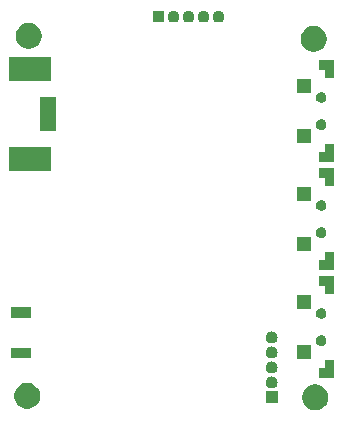
<source format=gbs>
G04 #@! TF.GenerationSoftware,KiCad,Pcbnew,(5.0.1)-4*
G04 #@! TF.CreationDate,2019-02-22T19:20:15-06:00*
G04 #@! TF.ProjectId,epoch,65706F63682E6B696361645F70636200,rev?*
G04 #@! TF.SameCoordinates,Original*
G04 #@! TF.FileFunction,Soldermask,Bot*
G04 #@! TF.FilePolarity,Negative*
%FSLAX46Y46*%
G04 Gerber Fmt 4.6, Leading zero omitted, Abs format (unit mm)*
G04 Created by KiCad (PCBNEW (5.0.1)-4) date 2/22/2019 7:20:15 PM*
%MOMM*%
%LPD*%
G01*
G04 APERTURE LIST*
%ADD10C,0.100000*%
G04 APERTURE END LIST*
D10*
G36*
X127828857Y-85683272D02*
X128029042Y-85766191D01*
X128209213Y-85886578D01*
X128362422Y-86039787D01*
X128482809Y-86219958D01*
X128565728Y-86420143D01*
X128608000Y-86632658D01*
X128608000Y-86849342D01*
X128565728Y-87061857D01*
X128482809Y-87262042D01*
X128362422Y-87442213D01*
X128209213Y-87595422D01*
X128029042Y-87715809D01*
X127828857Y-87798728D01*
X127616342Y-87841000D01*
X127399658Y-87841000D01*
X127187143Y-87798728D01*
X126986958Y-87715809D01*
X126806787Y-87595422D01*
X126653578Y-87442213D01*
X126533191Y-87262042D01*
X126450272Y-87061857D01*
X126408000Y-86849342D01*
X126408000Y-86632658D01*
X126450272Y-86420143D01*
X126533191Y-86219958D01*
X126653578Y-86039787D01*
X126806787Y-85886578D01*
X126986958Y-85766191D01*
X127187143Y-85683272D01*
X127399658Y-85641000D01*
X127616342Y-85641000D01*
X127828857Y-85683272D01*
X127828857Y-85683272D01*
G37*
G36*
X103444857Y-85556272D02*
X103645042Y-85639191D01*
X103645045Y-85639193D01*
X103811074Y-85750130D01*
X103825213Y-85759578D01*
X103978422Y-85912787D01*
X103978424Y-85912790D01*
X103978425Y-85912791D01*
X104012485Y-85963765D01*
X104098809Y-86092958D01*
X104181728Y-86293143D01*
X104224000Y-86505658D01*
X104224000Y-86722342D01*
X104181728Y-86934857D01*
X104098809Y-87135042D01*
X103978422Y-87315213D01*
X103825213Y-87468422D01*
X103645042Y-87588809D01*
X103444857Y-87671728D01*
X103232342Y-87714000D01*
X103015658Y-87714000D01*
X102803143Y-87671728D01*
X102602958Y-87588809D01*
X102422787Y-87468422D01*
X102269578Y-87315213D01*
X102149191Y-87135042D01*
X102066272Y-86934857D01*
X102024000Y-86722342D01*
X102024000Y-86505658D01*
X102066272Y-86293143D01*
X102149191Y-86092958D01*
X102235515Y-85963765D01*
X102269575Y-85912791D01*
X102269576Y-85912790D01*
X102269578Y-85912787D01*
X102422787Y-85759578D01*
X102436927Y-85750130D01*
X102602955Y-85639193D01*
X102602958Y-85639191D01*
X102803143Y-85556272D01*
X103015658Y-85514000D01*
X103232342Y-85514000D01*
X103444857Y-85556272D01*
X103444857Y-85556272D01*
G37*
G36*
X124325000Y-87241000D02*
X123325000Y-87241000D01*
X123325000Y-86241000D01*
X124325000Y-86241000D01*
X124325000Y-87241000D01*
X124325000Y-87241000D01*
G37*
G36*
X123923015Y-84978234D02*
X124017268Y-85006825D01*
X124063697Y-85031643D01*
X124104129Y-85053254D01*
X124104131Y-85053255D01*
X124104130Y-85053255D01*
X124180264Y-85115736D01*
X124242745Y-85191870D01*
X124289175Y-85278732D01*
X124317766Y-85372985D01*
X124327419Y-85471000D01*
X124317766Y-85569015D01*
X124289175Y-85663268D01*
X124278482Y-85683272D01*
X124242746Y-85750129D01*
X124180264Y-85826264D01*
X124104129Y-85888746D01*
X124063697Y-85910357D01*
X124017268Y-85935175D01*
X123923015Y-85963766D01*
X123849564Y-85971000D01*
X123800436Y-85971000D01*
X123726985Y-85963766D01*
X123632732Y-85935175D01*
X123586303Y-85910357D01*
X123545871Y-85888746D01*
X123469736Y-85826264D01*
X123407254Y-85750129D01*
X123371518Y-85683272D01*
X123360825Y-85663268D01*
X123332234Y-85569015D01*
X123322581Y-85471000D01*
X123332234Y-85372985D01*
X123360825Y-85278732D01*
X123407255Y-85191870D01*
X123469736Y-85115736D01*
X123545870Y-85053255D01*
X123545869Y-85053255D01*
X123545871Y-85053254D01*
X123586303Y-85031643D01*
X123632732Y-85006825D01*
X123726985Y-84978234D01*
X123800436Y-84971000D01*
X123849564Y-84971000D01*
X123923015Y-84978234D01*
X123923015Y-84978234D01*
G37*
G36*
X129116000Y-85072000D02*
X127816000Y-85072000D01*
X127816000Y-84272000D01*
X128191000Y-84272000D01*
X128215386Y-84269598D01*
X128238835Y-84262485D01*
X128260446Y-84250934D01*
X128279388Y-84235388D01*
X128294934Y-84216446D01*
X128306485Y-84194835D01*
X128313598Y-84171386D01*
X128316000Y-84147000D01*
X128316000Y-83572000D01*
X129116000Y-83572000D01*
X129116000Y-85072000D01*
X129116000Y-85072000D01*
G37*
G36*
X123923015Y-83708234D02*
X124017268Y-83736825D01*
X124063697Y-83761643D01*
X124104129Y-83783254D01*
X124104131Y-83783255D01*
X124104130Y-83783255D01*
X124180264Y-83845736D01*
X124242745Y-83921870D01*
X124289175Y-84008732D01*
X124317766Y-84102985D01*
X124327419Y-84201000D01*
X124317766Y-84299015D01*
X124289175Y-84393268D01*
X124264357Y-84439697D01*
X124242746Y-84480129D01*
X124180264Y-84556264D01*
X124104129Y-84618746D01*
X124063697Y-84640357D01*
X124017268Y-84665175D01*
X123923015Y-84693766D01*
X123849564Y-84701000D01*
X123800436Y-84701000D01*
X123726985Y-84693766D01*
X123632732Y-84665175D01*
X123586303Y-84640357D01*
X123545871Y-84618746D01*
X123469736Y-84556264D01*
X123407254Y-84480129D01*
X123385643Y-84439697D01*
X123360825Y-84393268D01*
X123332234Y-84299015D01*
X123322581Y-84201000D01*
X123332234Y-84102985D01*
X123360825Y-84008732D01*
X123407255Y-83921870D01*
X123469736Y-83845736D01*
X123545870Y-83783255D01*
X123545869Y-83783255D01*
X123545871Y-83783254D01*
X123586303Y-83761643D01*
X123632732Y-83736825D01*
X123726985Y-83708234D01*
X123800436Y-83701000D01*
X123849564Y-83701000D01*
X123923015Y-83708234D01*
X123923015Y-83708234D01*
G37*
G36*
X127166000Y-83472000D02*
X125966000Y-83472000D01*
X125966000Y-82272000D01*
X127166000Y-82272000D01*
X127166000Y-83472000D01*
X127166000Y-83472000D01*
G37*
G36*
X123923015Y-82438234D02*
X124017268Y-82466825D01*
X124063697Y-82491643D01*
X124104129Y-82513254D01*
X124104131Y-82513255D01*
X124104130Y-82513255D01*
X124180264Y-82575736D01*
X124242745Y-82651870D01*
X124289175Y-82738732D01*
X124317766Y-82832985D01*
X124327419Y-82931000D01*
X124317766Y-83029015D01*
X124289175Y-83123268D01*
X124264357Y-83169697D01*
X124242746Y-83210129D01*
X124180264Y-83286264D01*
X124104129Y-83348746D01*
X124063697Y-83370357D01*
X124017268Y-83395175D01*
X123923015Y-83423766D01*
X123849564Y-83431000D01*
X123800436Y-83431000D01*
X123726985Y-83423766D01*
X123632732Y-83395175D01*
X123586303Y-83370357D01*
X123545871Y-83348746D01*
X123469736Y-83286264D01*
X123407254Y-83210129D01*
X123385643Y-83169697D01*
X123360825Y-83123268D01*
X123332234Y-83029015D01*
X123322581Y-82931000D01*
X123332234Y-82832985D01*
X123360825Y-82738732D01*
X123407255Y-82651870D01*
X123469736Y-82575736D01*
X123545870Y-82513255D01*
X123545869Y-82513255D01*
X123545871Y-82513254D01*
X123586303Y-82491643D01*
X123632732Y-82466825D01*
X123726985Y-82438234D01*
X123800436Y-82431000D01*
X123849564Y-82431000D01*
X123923015Y-82438234D01*
X123923015Y-82438234D01*
G37*
G36*
X103466000Y-83430000D02*
X101766000Y-83430000D01*
X101766000Y-82530000D01*
X103466000Y-82530000D01*
X103466000Y-83430000D01*
X103466000Y-83430000D01*
G37*
G36*
X128147260Y-81489293D02*
X128229155Y-81523215D01*
X128302861Y-81572464D01*
X128365536Y-81635139D01*
X128414785Y-81708845D01*
X128448707Y-81790740D01*
X128466000Y-81877678D01*
X128466000Y-81966322D01*
X128448707Y-82053260D01*
X128414785Y-82135155D01*
X128365536Y-82208861D01*
X128302861Y-82271536D01*
X128229155Y-82320785D01*
X128147260Y-82354707D01*
X128060322Y-82372000D01*
X127971678Y-82372000D01*
X127884740Y-82354707D01*
X127802845Y-82320785D01*
X127729139Y-82271536D01*
X127666464Y-82208861D01*
X127617215Y-82135155D01*
X127583293Y-82053260D01*
X127566000Y-81966322D01*
X127566000Y-81877678D01*
X127583293Y-81790740D01*
X127617215Y-81708845D01*
X127666464Y-81635139D01*
X127729139Y-81572464D01*
X127802845Y-81523215D01*
X127884740Y-81489293D01*
X127971678Y-81472000D01*
X128060322Y-81472000D01*
X128147260Y-81489293D01*
X128147260Y-81489293D01*
G37*
G36*
X123923015Y-81168234D02*
X124017268Y-81196825D01*
X124063697Y-81221643D01*
X124104129Y-81243254D01*
X124104131Y-81243255D01*
X124104130Y-81243255D01*
X124180264Y-81305736D01*
X124242745Y-81381870D01*
X124289175Y-81468732D01*
X124317766Y-81562985D01*
X124327419Y-81661000D01*
X124317766Y-81759015D01*
X124289175Y-81853268D01*
X124264357Y-81899697D01*
X124242746Y-81940129D01*
X124180264Y-82016264D01*
X124104129Y-82078746D01*
X124063697Y-82100357D01*
X124017268Y-82125175D01*
X123923015Y-82153766D01*
X123849564Y-82161000D01*
X123800436Y-82161000D01*
X123726985Y-82153766D01*
X123632732Y-82125175D01*
X123586303Y-82100357D01*
X123545871Y-82078746D01*
X123469736Y-82016264D01*
X123407254Y-81940129D01*
X123385643Y-81899697D01*
X123360825Y-81853268D01*
X123332234Y-81759015D01*
X123322581Y-81661000D01*
X123332234Y-81562985D01*
X123360825Y-81468732D01*
X123407255Y-81381870D01*
X123469736Y-81305736D01*
X123545870Y-81243255D01*
X123545869Y-81243255D01*
X123545871Y-81243254D01*
X123586303Y-81221643D01*
X123632732Y-81196825D01*
X123726985Y-81168234D01*
X123800436Y-81161000D01*
X123849564Y-81161000D01*
X123923015Y-81168234D01*
X123923015Y-81168234D01*
G37*
G36*
X128147260Y-79189293D02*
X128229155Y-79223215D01*
X128302861Y-79272464D01*
X128365536Y-79335139D01*
X128414785Y-79408845D01*
X128448707Y-79490740D01*
X128466000Y-79577678D01*
X128466000Y-79666322D01*
X128448707Y-79753260D01*
X128414785Y-79835155D01*
X128365536Y-79908861D01*
X128302861Y-79971536D01*
X128229155Y-80020785D01*
X128147260Y-80054707D01*
X128060322Y-80072000D01*
X127971678Y-80072000D01*
X127884740Y-80054707D01*
X127802845Y-80020785D01*
X127729139Y-79971536D01*
X127666464Y-79908861D01*
X127617215Y-79835155D01*
X127583293Y-79753260D01*
X127566000Y-79666322D01*
X127566000Y-79577678D01*
X127583293Y-79490740D01*
X127617215Y-79408845D01*
X127666464Y-79335139D01*
X127729139Y-79272464D01*
X127802845Y-79223215D01*
X127884740Y-79189293D01*
X127971678Y-79172000D01*
X128060322Y-79172000D01*
X128147260Y-79189293D01*
X128147260Y-79189293D01*
G37*
G36*
X103466000Y-80030000D02*
X101766000Y-80030000D01*
X101766000Y-79130000D01*
X103466000Y-79130000D01*
X103466000Y-80030000D01*
X103466000Y-80030000D01*
G37*
G36*
X127166000Y-79272000D02*
X125966000Y-79272000D01*
X125966000Y-78072000D01*
X127166000Y-78072000D01*
X127166000Y-79272000D01*
X127166000Y-79272000D01*
G37*
G36*
X129116000Y-77972000D02*
X128316000Y-77972000D01*
X128316000Y-77397000D01*
X128313598Y-77372614D01*
X128306485Y-77349165D01*
X128294934Y-77327554D01*
X128279388Y-77308612D01*
X128260446Y-77293066D01*
X128238835Y-77281515D01*
X128215386Y-77274402D01*
X128191000Y-77272000D01*
X127816000Y-77272000D01*
X127816000Y-76472000D01*
X129116000Y-76472000D01*
X129116000Y-77972000D01*
X129116000Y-77972000D01*
G37*
G36*
X129116000Y-75928000D02*
X127816000Y-75928000D01*
X127816000Y-75128000D01*
X128191000Y-75128000D01*
X128215386Y-75125598D01*
X128238835Y-75118485D01*
X128260446Y-75106934D01*
X128279388Y-75091388D01*
X128294934Y-75072446D01*
X128306485Y-75050835D01*
X128313598Y-75027386D01*
X128316000Y-75003000D01*
X128316000Y-74428000D01*
X129116000Y-74428000D01*
X129116000Y-75928000D01*
X129116000Y-75928000D01*
G37*
G36*
X127166000Y-74328000D02*
X125966000Y-74328000D01*
X125966000Y-73128000D01*
X127166000Y-73128000D01*
X127166000Y-74328000D01*
X127166000Y-74328000D01*
G37*
G36*
X128147260Y-72345293D02*
X128229155Y-72379215D01*
X128302861Y-72428464D01*
X128365536Y-72491139D01*
X128414785Y-72564845D01*
X128448707Y-72646740D01*
X128466000Y-72733678D01*
X128466000Y-72822322D01*
X128448707Y-72909260D01*
X128414785Y-72991155D01*
X128365536Y-73064861D01*
X128302861Y-73127536D01*
X128229155Y-73176785D01*
X128147260Y-73210707D01*
X128060322Y-73228000D01*
X127971678Y-73228000D01*
X127884740Y-73210707D01*
X127802845Y-73176785D01*
X127729139Y-73127536D01*
X127666464Y-73064861D01*
X127617215Y-72991155D01*
X127583293Y-72909260D01*
X127566000Y-72822322D01*
X127566000Y-72733678D01*
X127583293Y-72646740D01*
X127617215Y-72564845D01*
X127666464Y-72491139D01*
X127729139Y-72428464D01*
X127802845Y-72379215D01*
X127884740Y-72345293D01*
X127971678Y-72328000D01*
X128060322Y-72328000D01*
X128147260Y-72345293D01*
X128147260Y-72345293D01*
G37*
G36*
X128147260Y-70045293D02*
X128229155Y-70079215D01*
X128302861Y-70128464D01*
X128365536Y-70191139D01*
X128414785Y-70264845D01*
X128448707Y-70346740D01*
X128466000Y-70433678D01*
X128466000Y-70522322D01*
X128448707Y-70609260D01*
X128414785Y-70691155D01*
X128365536Y-70764861D01*
X128302861Y-70827536D01*
X128229155Y-70876785D01*
X128147260Y-70910707D01*
X128060322Y-70928000D01*
X127971678Y-70928000D01*
X127884740Y-70910707D01*
X127802845Y-70876785D01*
X127729139Y-70827536D01*
X127666464Y-70764861D01*
X127617215Y-70691155D01*
X127583293Y-70609260D01*
X127566000Y-70522322D01*
X127566000Y-70433678D01*
X127583293Y-70346740D01*
X127617215Y-70264845D01*
X127666464Y-70191139D01*
X127729139Y-70128464D01*
X127802845Y-70079215D01*
X127884740Y-70045293D01*
X127971678Y-70028000D01*
X128060322Y-70028000D01*
X128147260Y-70045293D01*
X128147260Y-70045293D01*
G37*
G36*
X127166000Y-70128000D02*
X125966000Y-70128000D01*
X125966000Y-68928000D01*
X127166000Y-68928000D01*
X127166000Y-70128000D01*
X127166000Y-70128000D01*
G37*
G36*
X129116000Y-68828000D02*
X128316000Y-68828000D01*
X128316000Y-68253000D01*
X128313598Y-68228614D01*
X128306485Y-68205165D01*
X128294934Y-68183554D01*
X128279388Y-68164612D01*
X128260446Y-68149066D01*
X128238835Y-68137515D01*
X128215386Y-68130402D01*
X128191000Y-68128000D01*
X127816000Y-68128000D01*
X127816000Y-67328000D01*
X129116000Y-67328000D01*
X129116000Y-68828000D01*
X129116000Y-68828000D01*
G37*
G36*
X105167000Y-67538000D02*
X101567000Y-67538000D01*
X101567000Y-65538000D01*
X105167000Y-65538000D01*
X105167000Y-67538000D01*
X105167000Y-67538000D01*
G37*
G36*
X129116000Y-66784000D02*
X127816000Y-66784000D01*
X127816000Y-65984000D01*
X128191000Y-65984000D01*
X128215386Y-65981598D01*
X128238835Y-65974485D01*
X128260446Y-65962934D01*
X128279388Y-65947388D01*
X128294934Y-65928446D01*
X128306485Y-65906835D01*
X128313598Y-65883386D01*
X128316000Y-65859000D01*
X128316000Y-65284000D01*
X129116000Y-65284000D01*
X129116000Y-66784000D01*
X129116000Y-66784000D01*
G37*
G36*
X127166000Y-65184000D02*
X125966000Y-65184000D01*
X125966000Y-63984000D01*
X127166000Y-63984000D01*
X127166000Y-65184000D01*
X127166000Y-65184000D01*
G37*
G36*
X105592000Y-64208000D02*
X104212000Y-64208000D01*
X104212000Y-61268000D01*
X105592000Y-61268000D01*
X105592000Y-64208000D01*
X105592000Y-64208000D01*
G37*
G36*
X128147260Y-63201293D02*
X128229155Y-63235215D01*
X128302861Y-63284464D01*
X128365536Y-63347139D01*
X128414785Y-63420845D01*
X128448707Y-63502740D01*
X128466000Y-63589678D01*
X128466000Y-63678322D01*
X128448707Y-63765260D01*
X128414785Y-63847155D01*
X128365536Y-63920861D01*
X128302861Y-63983536D01*
X128229155Y-64032785D01*
X128147260Y-64066707D01*
X128060322Y-64084000D01*
X127971678Y-64084000D01*
X127884740Y-64066707D01*
X127802845Y-64032785D01*
X127729139Y-63983536D01*
X127666464Y-63920861D01*
X127617215Y-63847155D01*
X127583293Y-63765260D01*
X127566000Y-63678322D01*
X127566000Y-63589678D01*
X127583293Y-63502740D01*
X127617215Y-63420845D01*
X127666464Y-63347139D01*
X127729139Y-63284464D01*
X127802845Y-63235215D01*
X127884740Y-63201293D01*
X127971678Y-63184000D01*
X128060322Y-63184000D01*
X128147260Y-63201293D01*
X128147260Y-63201293D01*
G37*
G36*
X128147260Y-60901293D02*
X128229155Y-60935215D01*
X128302861Y-60984464D01*
X128365536Y-61047139D01*
X128414785Y-61120845D01*
X128448707Y-61202740D01*
X128466000Y-61289678D01*
X128466000Y-61378322D01*
X128448707Y-61465260D01*
X128414785Y-61547155D01*
X128365536Y-61620861D01*
X128302861Y-61683536D01*
X128229155Y-61732785D01*
X128147260Y-61766707D01*
X128060322Y-61784000D01*
X127971678Y-61784000D01*
X127884740Y-61766707D01*
X127802845Y-61732785D01*
X127729139Y-61683536D01*
X127666464Y-61620861D01*
X127617215Y-61547155D01*
X127583293Y-61465260D01*
X127566000Y-61378322D01*
X127566000Y-61289678D01*
X127583293Y-61202740D01*
X127617215Y-61120845D01*
X127666464Y-61047139D01*
X127729139Y-60984464D01*
X127802845Y-60935215D01*
X127884740Y-60901293D01*
X127971678Y-60884000D01*
X128060322Y-60884000D01*
X128147260Y-60901293D01*
X128147260Y-60901293D01*
G37*
G36*
X127166000Y-60984000D02*
X125966000Y-60984000D01*
X125966000Y-59784000D01*
X127166000Y-59784000D01*
X127166000Y-60984000D01*
X127166000Y-60984000D01*
G37*
G36*
X105167000Y-59938000D02*
X101567000Y-59938000D01*
X101567000Y-57938000D01*
X105167000Y-57938000D01*
X105167000Y-59938000D01*
X105167000Y-59938000D01*
G37*
G36*
X129116000Y-59684000D02*
X128316000Y-59684000D01*
X128316000Y-59109000D01*
X128313598Y-59084614D01*
X128306485Y-59061165D01*
X128294934Y-59039554D01*
X128279388Y-59020612D01*
X128260446Y-59005066D01*
X128238835Y-58993515D01*
X128215386Y-58986402D01*
X128191000Y-58984000D01*
X127816000Y-58984000D01*
X127816000Y-58184000D01*
X129116000Y-58184000D01*
X129116000Y-59684000D01*
X129116000Y-59684000D01*
G37*
G36*
X127701857Y-55330272D02*
X127902042Y-55413191D01*
X128082213Y-55533578D01*
X128235422Y-55686787D01*
X128355809Y-55866958D01*
X128438728Y-56067143D01*
X128481000Y-56279658D01*
X128481000Y-56496342D01*
X128438728Y-56708857D01*
X128355809Y-56909042D01*
X128235422Y-57089213D01*
X128082213Y-57242422D01*
X127902042Y-57362809D01*
X127701857Y-57445728D01*
X127489342Y-57488000D01*
X127272658Y-57488000D01*
X127060143Y-57445728D01*
X126859958Y-57362809D01*
X126679787Y-57242422D01*
X126526578Y-57089213D01*
X126406191Y-56909042D01*
X126323272Y-56708857D01*
X126281000Y-56496342D01*
X126281000Y-56279658D01*
X126323272Y-56067143D01*
X126406191Y-55866958D01*
X126526578Y-55686787D01*
X126679787Y-55533578D01*
X126859958Y-55413191D01*
X127060143Y-55330272D01*
X127272658Y-55288000D01*
X127489342Y-55288000D01*
X127701857Y-55330272D01*
X127701857Y-55330272D01*
G37*
G36*
X103571857Y-55076272D02*
X103772042Y-55159191D01*
X103952213Y-55279578D01*
X104105422Y-55432787D01*
X104225809Y-55612958D01*
X104308728Y-55813143D01*
X104351000Y-56025658D01*
X104351000Y-56242342D01*
X104308728Y-56454857D01*
X104225809Y-56655042D01*
X104105422Y-56835213D01*
X103952213Y-56988422D01*
X103772042Y-57108809D01*
X103571857Y-57191728D01*
X103359342Y-57234000D01*
X103142658Y-57234000D01*
X102930143Y-57191728D01*
X102729958Y-57108809D01*
X102549787Y-56988422D01*
X102396578Y-56835213D01*
X102276191Y-56655042D01*
X102193272Y-56454857D01*
X102151000Y-56242342D01*
X102151000Y-56025658D01*
X102193272Y-55813143D01*
X102276191Y-55612958D01*
X102396578Y-55432787D01*
X102549787Y-55279578D01*
X102729958Y-55159191D01*
X102930143Y-55076272D01*
X103142658Y-55034000D01*
X103359342Y-55034000D01*
X103571857Y-55076272D01*
X103571857Y-55076272D01*
G37*
G36*
X115618015Y-54007234D02*
X115712268Y-54035825D01*
X115758697Y-54060643D01*
X115799129Y-54082254D01*
X115799131Y-54082255D01*
X115799130Y-54082255D01*
X115875264Y-54144736D01*
X115937745Y-54220870D01*
X115984175Y-54307732D01*
X116012766Y-54401985D01*
X116022419Y-54500000D01*
X116012766Y-54598015D01*
X115984175Y-54692268D01*
X115959357Y-54738697D01*
X115937746Y-54779129D01*
X115875264Y-54855264D01*
X115799129Y-54917746D01*
X115758697Y-54939357D01*
X115712268Y-54964175D01*
X115618015Y-54992766D01*
X115544564Y-55000000D01*
X115495436Y-55000000D01*
X115421985Y-54992766D01*
X115327732Y-54964175D01*
X115281303Y-54939357D01*
X115240871Y-54917746D01*
X115164736Y-54855264D01*
X115102254Y-54779129D01*
X115080643Y-54738697D01*
X115055825Y-54692268D01*
X115027234Y-54598015D01*
X115017581Y-54500000D01*
X115027234Y-54401985D01*
X115055825Y-54307732D01*
X115102255Y-54220870D01*
X115164736Y-54144736D01*
X115240870Y-54082255D01*
X115240869Y-54082255D01*
X115240871Y-54082254D01*
X115281303Y-54060643D01*
X115327732Y-54035825D01*
X115421985Y-54007234D01*
X115495436Y-54000000D01*
X115544564Y-54000000D01*
X115618015Y-54007234D01*
X115618015Y-54007234D01*
G37*
G36*
X114750000Y-55000000D02*
X113750000Y-55000000D01*
X113750000Y-54000000D01*
X114750000Y-54000000D01*
X114750000Y-55000000D01*
X114750000Y-55000000D01*
G37*
G36*
X119428015Y-54007234D02*
X119522268Y-54035825D01*
X119568697Y-54060643D01*
X119609129Y-54082254D01*
X119609131Y-54082255D01*
X119609130Y-54082255D01*
X119685264Y-54144736D01*
X119747745Y-54220870D01*
X119794175Y-54307732D01*
X119822766Y-54401985D01*
X119832419Y-54500000D01*
X119822766Y-54598015D01*
X119794175Y-54692268D01*
X119769357Y-54738697D01*
X119747746Y-54779129D01*
X119685264Y-54855264D01*
X119609129Y-54917746D01*
X119568697Y-54939357D01*
X119522268Y-54964175D01*
X119428015Y-54992766D01*
X119354564Y-55000000D01*
X119305436Y-55000000D01*
X119231985Y-54992766D01*
X119137732Y-54964175D01*
X119091303Y-54939357D01*
X119050871Y-54917746D01*
X118974736Y-54855264D01*
X118912254Y-54779129D01*
X118890643Y-54738697D01*
X118865825Y-54692268D01*
X118837234Y-54598015D01*
X118827581Y-54500000D01*
X118837234Y-54401985D01*
X118865825Y-54307732D01*
X118912255Y-54220870D01*
X118974736Y-54144736D01*
X119050870Y-54082255D01*
X119050869Y-54082255D01*
X119050871Y-54082254D01*
X119091303Y-54060643D01*
X119137732Y-54035825D01*
X119231985Y-54007234D01*
X119305436Y-54000000D01*
X119354564Y-54000000D01*
X119428015Y-54007234D01*
X119428015Y-54007234D01*
G37*
G36*
X118158015Y-54007234D02*
X118252268Y-54035825D01*
X118298697Y-54060643D01*
X118339129Y-54082254D01*
X118339131Y-54082255D01*
X118339130Y-54082255D01*
X118415264Y-54144736D01*
X118477745Y-54220870D01*
X118524175Y-54307732D01*
X118552766Y-54401985D01*
X118562419Y-54500000D01*
X118552766Y-54598015D01*
X118524175Y-54692268D01*
X118499357Y-54738697D01*
X118477746Y-54779129D01*
X118415264Y-54855264D01*
X118339129Y-54917746D01*
X118298697Y-54939357D01*
X118252268Y-54964175D01*
X118158015Y-54992766D01*
X118084564Y-55000000D01*
X118035436Y-55000000D01*
X117961985Y-54992766D01*
X117867732Y-54964175D01*
X117821303Y-54939357D01*
X117780871Y-54917746D01*
X117704736Y-54855264D01*
X117642254Y-54779129D01*
X117620643Y-54738697D01*
X117595825Y-54692268D01*
X117567234Y-54598015D01*
X117557581Y-54500000D01*
X117567234Y-54401985D01*
X117595825Y-54307732D01*
X117642255Y-54220870D01*
X117704736Y-54144736D01*
X117780870Y-54082255D01*
X117780869Y-54082255D01*
X117780871Y-54082254D01*
X117821303Y-54060643D01*
X117867732Y-54035825D01*
X117961985Y-54007234D01*
X118035436Y-54000000D01*
X118084564Y-54000000D01*
X118158015Y-54007234D01*
X118158015Y-54007234D01*
G37*
G36*
X116888015Y-54007234D02*
X116982268Y-54035825D01*
X117028697Y-54060643D01*
X117069129Y-54082254D01*
X117069131Y-54082255D01*
X117069130Y-54082255D01*
X117145264Y-54144736D01*
X117207745Y-54220870D01*
X117254175Y-54307732D01*
X117282766Y-54401985D01*
X117292419Y-54500000D01*
X117282766Y-54598015D01*
X117254175Y-54692268D01*
X117229357Y-54738697D01*
X117207746Y-54779129D01*
X117145264Y-54855264D01*
X117069129Y-54917746D01*
X117028697Y-54939357D01*
X116982268Y-54964175D01*
X116888015Y-54992766D01*
X116814564Y-55000000D01*
X116765436Y-55000000D01*
X116691985Y-54992766D01*
X116597732Y-54964175D01*
X116551303Y-54939357D01*
X116510871Y-54917746D01*
X116434736Y-54855264D01*
X116372254Y-54779129D01*
X116350643Y-54738697D01*
X116325825Y-54692268D01*
X116297234Y-54598015D01*
X116287581Y-54500000D01*
X116297234Y-54401985D01*
X116325825Y-54307732D01*
X116372255Y-54220870D01*
X116434736Y-54144736D01*
X116510870Y-54082255D01*
X116510869Y-54082255D01*
X116510871Y-54082254D01*
X116551303Y-54060643D01*
X116597732Y-54035825D01*
X116691985Y-54007234D01*
X116765436Y-54000000D01*
X116814564Y-54000000D01*
X116888015Y-54007234D01*
X116888015Y-54007234D01*
G37*
M02*

</source>
